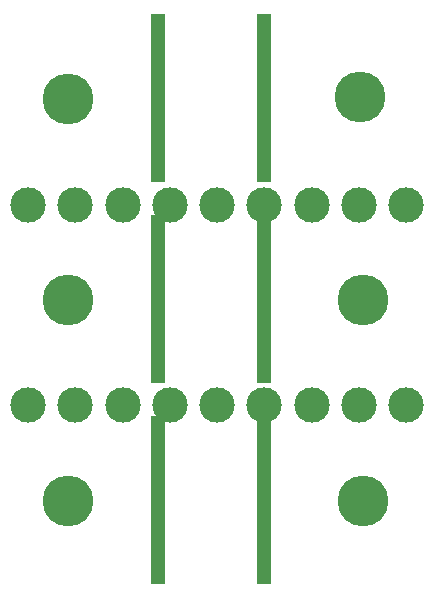
<source format=gts>
G75*
%MOIN*%
%OFA0B0*%
%FSLAX24Y24*%
%IPPOS*%
%LPD*%
%AMOC8*
5,1,8,0,0,1.08239X$1,22.5*
%
%ADD10C,0.1694*%
%ADD11R,0.0474X0.5592*%
%ADD12C,0.1182*%
D10*
X002819Y003214D03*
X002819Y009907D03*
X002819Y016600D03*
X012559Y016671D03*
X012661Y009907D03*
X012661Y003214D03*
D11*
X009374Y003250D03*
X005831Y003250D03*
X005831Y009943D03*
X009374Y009943D03*
X009374Y016635D03*
X005831Y016635D03*
D12*
X006224Y013092D03*
X004650Y013092D03*
X003075Y013092D03*
X001500Y013092D03*
X001500Y006399D03*
X003075Y006399D03*
X004650Y006399D03*
X006224Y006399D03*
X007799Y006399D03*
X009374Y006399D03*
X010949Y006399D03*
X012524Y006399D03*
X014098Y006399D03*
X014098Y013092D03*
X012524Y013092D03*
X010949Y013092D03*
X009374Y013092D03*
X007799Y013092D03*
M02*

</source>
